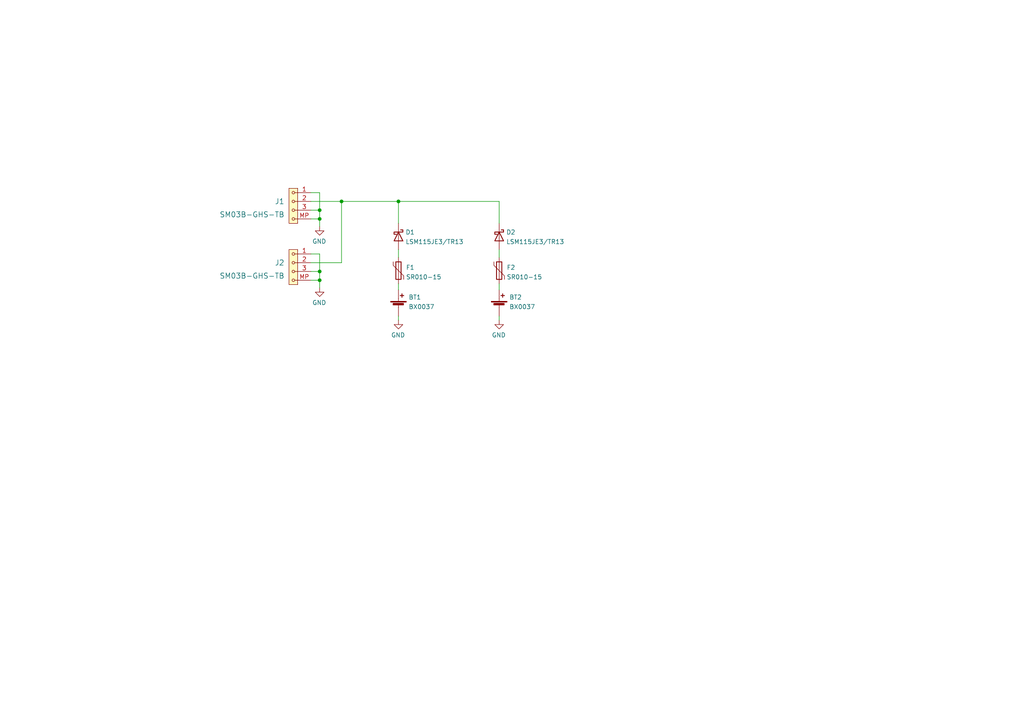
<source format=kicad_sch>
(kicad_sch (version 20211123) (generator eeschema)
  (paper "A4")
  (title_block (title "SIPM02C") (date "2022-04-02") (company "Mlab www.mlab.cz") (comment 2 "Silicon photomultiplier interface module") (comment 3 "nickname <email@example.com>"))
  (lib_symbols
    (symbol "Device:Battery_Cell" (pin_numbers hide) (pin_names (offset 0) hide)
      (property "Reference" "BT" (at 2.54 2.54 0))
      (property "Value" "Battery_Cell" (at 2.54 0 0))
      (symbol "Battery_Cell_0_1"
        (rectangle (start -2.286 1.778) (end 2.286 1.524) (fill (type outline)))
        (rectangle (start -1.5748 1.1938) (end 1.4732 0.6858) (fill (type outline)))
        (polyline (pts (xy 0 0.762) (xy 0 0)))
        (polyline (pts (xy 0 1.778) (xy 0 2.54)))
        (polyline (pts (xy 0.508 3.429) (xy 1.524 3.429)) (stroke (width 0.254)))
        (polyline (pts (xy 1.016 3.937) (xy 1.016 2.921)) (stroke (width 0.254)))
      )
      (symbol "Battery_Cell_1_1"
        (pin passive line (at 0 5.08 270) (length 2.54) (name "+") (number "1"))
        (pin passive line (at 0 -2.54 90) (length 2.54) (name "-") (number "2"))
      )
    )
    (symbol "Device:D_Schottky" (pin_numbers hide) (pin_names (offset 1.016) hide)
      (property "Reference" "D" (at 0 2.54 0))
      (property "Value" "D_Schottky" (at 0 -2.54 0))
      (symbol "D_Schottky_0_1"
        (polyline (pts (xy 1.27 0) (xy -1.27 0)))
        (polyline (pts (xy 1.27 1.27) (xy 1.27 -1.27) (xy -1.27 0) (xy 1.27 1.27)) (stroke (width 0.254)))
        (polyline (pts (xy -1.905 0.635) (xy -1.905 1.27) (xy -1.27 1.27) (xy -1.27 -1.27) (xy -0.635 -1.27) (xy -0.635 -0.635)) (stroke (width 0.254)))
      )
      (symbol "D_Schottky_1_1"
        (pin passive line (at -3.81 0 0) (length 2.54) (name "K") (number "1"))
        (pin passive line (at 3.81 0 180) (length 2.54) (name "A") (number "2"))
      )
    )
    (symbol "Device:Polyfuse" (pin_numbers hide) (pin_names (offset 0))
      (property "Reference" "F" (at -2.54 0 90))
      (property "Value" "Polyfuse" (at 2.54 0 90))
      (symbol "Polyfuse_0_1"
        (rectangle (start -0.762 2.54) (end 0.762 -2.54) (stroke (width 0.254)))
        (polyline (pts (xy 0 2.54) (xy 0 -2.54)))
        (polyline (pts (xy -1.524 2.54) (xy -1.524 1.524) (xy 1.524 -1.524) (xy 1.524 -2.54)))
      )
      (symbol "Polyfuse_1_1"
        (pin passive line (at 0 3.81 270) (length 1.27) (name "~") (number "1"))
        (pin passive line (at 0 -3.81 90) (length 1.27) (name "~") (number "2"))
      )
    )
    (symbol "MLAB_CONNECTORS_JST:SM03B-GHS-TB" (pin_names (offset 1.016))
      (property "Reference" "J" (at 0 -6.35 0))
      (property "Value" "SM03B-GHS-TB" (at 0 6.35 0))
      (property "Footprint" "Connector_JST:JST_GH_SM03B-GHS-TB_1x03-1MP_P1.25mm_Horizontal" (at 0 3.81 0))
      (symbol "SM03B-GHS-TB_0_1"
        (rectangle (start -1.27 5.08) (end 1.27 -5.08) (fill (type background)))
        (circle (center 0 -3.81) (radius 0.381))
        (circle (center 0 -1.27) (radius 0.381))
        (polyline (pts (xy -1.27 -3.81) (xy -0.381 -3.81)))
        (polyline (pts (xy -1.27 -1.27) (xy -0.381 -1.27)))
        (polyline (pts (xy -1.27 1.27) (xy -0.381 1.27)))
        (polyline (pts (xy -1.27 3.81) (xy -0.381 3.81)))
        (circle (center 0 1.27) (radius 0.381))
        (circle (center 0 3.81) (radius 0.381))
      )
      (symbol "SM03B-GHS-TB_1_1"
        (pin input line (at -5.08 3.81 0) (length 3.81) (name "~") (number "1"))
        (pin input line (at -5.08 1.27 0) (length 3.81) (name "~") (number "2"))
        (pin input line (at -5.08 -1.27 0) (length 3.81) (name "~") (number "3"))
        (pin input line (at -5.08 -3.81 0) (length 3.81) (name "") (number "MP"))
      )
    )
    (symbol "power:GND" (power) (pin_names (offset 0))
      (property "Value" "GND" (at 0 -3.81 0))
      (symbol "GND_0_1"
        (polyline (pts (xy 0 0) (xy 0 -1.27) (xy 1.27 -1.27) (xy 0 -2.54) (xy -1.27 -1.27) (xy 0 -1.27)))
      )
      (symbol "GND_1_1"
        (pin power_in line (at 0 0 270) (length 0) hide (name "GND") (number "1"))
      )
    )
  )
  (junction (at 92.71 63.5))
  (junction (at 99.06 58.42))
  (junction (at 92.71 78.74))
  (junction (at 92.71 81.28))
  (junction (at 115.57 58.42))
  (junction (at 92.71 60.96))
  (wire (pts (xy 92.71 60.96) (xy 92.71 63.5)))
  (wire (pts (xy 115.57 58.42) (xy 115.57 64.77)))
  (wire (pts (xy 92.71 78.74) (xy 92.71 81.28)))
  (wire (pts (xy 92.71 78.74) (xy 90.17 78.74)))
  (wire (pts (xy 99.06 58.42) (xy 115.57 58.42)))
  (wire (pts (xy 90.17 73.66) (xy 92.71 73.66)))
  (wire (pts (xy 92.71 65.6844) (xy 92.71 63.5)))
  (wire (pts (xy 92.71 73.66) (xy 92.71 78.74)))
  (wire (pts (xy 144.78 72.39) (xy 144.78 74.676)))
  (wire (pts (xy 115.57 91.694) (xy 115.57 92.8624)))
  (wire (pts (xy 90.17 58.42) (xy 99.06 58.42)))
  (wire (pts (xy 92.71 81.28) (xy 90.17 81.28)))
  (wire (pts (xy 92.71 55.88) (xy 92.71 60.96)))
  (wire (pts (xy 90.17 55.88) (xy 92.71 55.88)))
  (wire (pts (xy 144.78 58.42) (xy 144.78 64.77)))
  (wire (pts (xy 92.71 60.96) (xy 90.17 60.96)))
  (wire (pts (xy 144.78 82.296) (xy 144.78 84.074)))
  (wire (pts (xy 92.71 63.5) (xy 90.17 63.5)))
  (wire (pts (xy 115.57 58.42) (xy 144.78 58.42)))
  (wire (pts (xy 115.57 72.39) (xy 115.57 74.676)))
  (wire (pts (xy 90.17 76.2) (xy 99.06 76.2)))
  (wire (pts (xy 92.71 83.4644) (xy 92.71 81.28)))
  (wire (pts (xy 99.06 76.2) (xy 99.06 58.42)))
  (wire (pts (xy 115.57 82.296) (xy 115.57 84.074)))
  (wire (pts (xy 144.78 91.694) (xy 144.78 92.8624)))
  (symbol (lib_id "Device:D_Schottky") (at 115.57 68.58 270) (unit 1)
    (property "Reference" "D1" (at 117.602 67.354 90) (effects (justify left)))
    (property "Value" "LSM115JE3/TR13" (at 117.602 70.1291 90) (effects (justify left)))
    (property "Footprint" "Diode_SMD:D_SMA_Handsoldering" (effects hide))
  )
  (symbol (lib_id "Device:Polyfuse") (at 115.57 78.486 0) (unit 1)
    (property "Reference" "F1" (at 117.729 77.5775 0) (effects (justify left)))
    (property "Value" "SR010-15" (at 117.729 80.3526 0) (effects (justify left)))
    (property "Footprint" "Fuse:Fuse_0805_2012Metric_Pad1.15x1.40mm_HandSolder" (effects hide))
    (property "UST_ID" "5cc331a7128750448e54e8fa" (effects hide))
  )
  (symbol (lib_id "Device:Battery_Cell") (at 115.57 89.154 0) (unit 1)
    (property "Reference" "BT1" (at 118.491 86.2135 0) (effects (justify left)))
    (property "Value" "BX0037" (at 118.491 88.9886 0) (effects (justify left)))
    (property "Footprint" "Mlab_Batery:BX0037" (effects hide))
    (property "UST_ID" "5c70984412875079b91f87ed" (effects hide))
  )
  (symbol (lib_id "Device:D_Schottky") (at 144.78 68.58 270) (unit 1)
    (property "Reference" "D2" (at 146.812 67.354 90) (effects (justify left)))
    (property "Value" "LSM115JE3/TR13" (at 146.812 70.1291 90) (effects (justify left)))
    (property "Footprint" "Diode_SMD:D_SMA_Handsoldering" (effects hide))
  )
  (symbol (lib_id "MLAB_CONNECTORS_JST:SM03B-GHS-TB") (at 85.09 77.47 0) (mirror y) (unit 1)
    (property "Reference" "J2" (at 82.55 76.2 0) (effects (font (size 1.524 1.524)) (justify left)))
    (property "Value" "SM03B-GHS-TB" (at 82.55 80.01 0) (effects (font (size 1.524 1.524)) (justify left)))
    (property "Footprint" "Connector_JST:JST_GH_SM03B-GHS-TB_1x03-1MP_P1.25mm_Horizontal" (effects hide))
    (property "UST_ID" "612880e51287500165a978de" (effects hide))
  )
  (symbol (lib_id "power:GND") (at 144.78 92.8624 0) (mirror y) (unit 1)
    (property "Reference" "#PWR0104" (effects hide))
    (property "Value" "GND" (at 144.6657 97.1868 0))
  )
  (symbol (lib_id "Device:Polyfuse") (at 144.78 78.486 0) (unit 1)
    (property "Reference" "F2" (at 146.939 77.5775 0) (effects (justify left)))
    (property "Value" "SR010-15" (at 146.939 80.3526 0) (effects (justify left)))
    (property "Footprint" "Fuse:Fuse_0805_2012Metric_Pad1.15x1.40mm_HandSolder" (effects hide))
    (property "UST_ID" "5cc331a7128750448e54e8fa" (effects hide))
  )
  (symbol (lib_id "MLAB_CONNECTORS_JST:SM03B-GHS-TB") (at 85.09 59.69 0) (mirror y) (unit 1)
    (property "Reference" "J1" (at 82.55 58.42 0) (effects (font (size 1.524 1.524)) (justify left)))
    (property "Value" "SM03B-GHS-TB" (at 82.55 62.23 0) (effects (font (size 1.524 1.524)) (justify left)))
    (property "Footprint" "Connector_JST:JST_GH_SM03B-GHS-TB_1x03-1MP_P1.25mm_Horizontal" (effects hide))
    (property "UST_ID" "612880e51287500165a978de" (effects hide))
  )
  (symbol (lib_id "power:GND") (at 92.71 83.4644 0) (mirror y) (unit 1)
    (property "Reference" "#PWR0103" (effects hide))
    (property "Value" "GND" (at 92.5957 87.7888 0))
  )
  (symbol (lib_id "Device:Battery_Cell") (at 144.78 89.154 0) (unit 1)
    (property "Reference" "BT2" (at 147.701 86.2135 0) (effects (justify left)))
    (property "Value" "BX0037" (at 147.701 88.9886 0) (effects (justify left)))
    (property "Footprint" "Mlab_Batery:BX0037" (effects hide))
    (property "UST_ID" "5c70984412875079b91f87ed" (effects hide))
  )
  (symbol (lib_id "power:GND") (at 115.57 92.8624 0) (mirror y) (unit 1)
    (property "Reference" "#PWR0101" (effects hide))
    (property "Value" "GND" (at 115.4557 97.1868 0))
  )
  (symbol (lib_id "power:GND") (at 92.71 65.6844 0) (mirror y) (unit 1)
    (property "Reference" "#PWR0102" (effects hide))
    (property "Value" "GND" (at 92.5957 70.0088 0))
  )
)
</source>
